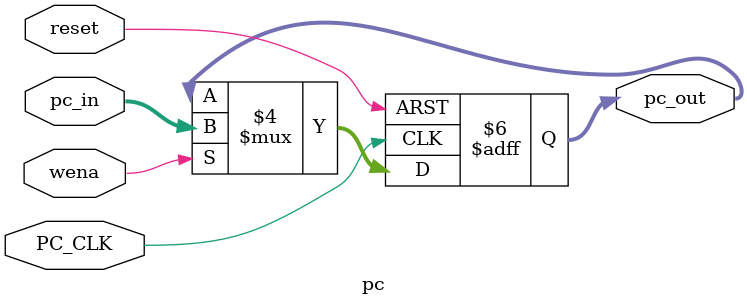
<source format=v>
module pc(
input PC_CLK,
input reset,
input wena,
input [31:0] pc_in,
output reg [31:0] pc_out
    );
    
    always @(negedge PC_CLK or posedge reset)//ÉÏÉýÑØ or ÏÂ½µÑØ£¿
    begin
        if(reset==1'b1)
            pc_out<=32'h00400000;
        else if(wena==1)
            pc_out<=pc_in;
        else
        begin
        //pc_out<=pc_in;
        end
    end

endmodule

</source>
